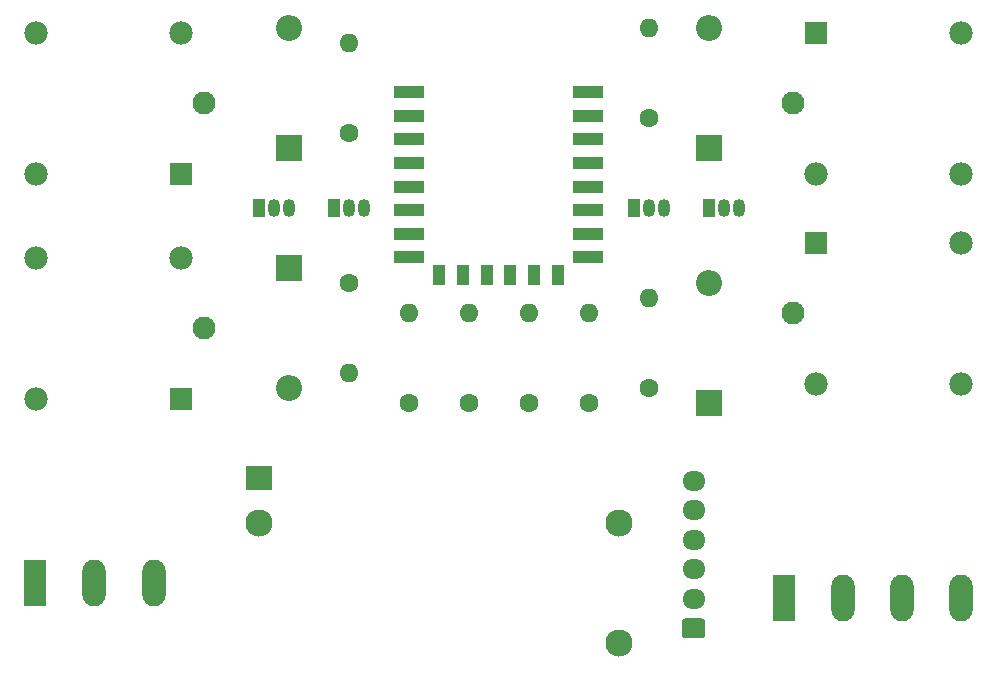
<source format=gts>
%TF.GenerationSoftware,KiCad,Pcbnew,(5.1.10)-1*%
%TF.CreationDate,2021-10-30T21:12:42+05:30*%
%TF.ProjectId,esp12swithch board,65737031-3273-4776-9974-68636820626f,rev?*%
%TF.SameCoordinates,Original*%
%TF.FileFunction,Soldermask,Top*%
%TF.FilePolarity,Negative*%
%FSLAX46Y46*%
G04 Gerber Fmt 4.6, Leading zero omitted, Abs format (unit mm)*
G04 Created by KiCad (PCBNEW (5.1.10)-1) date 2021-10-30 21:12:42*
%MOMM*%
%LPD*%
G01*
G04 APERTURE LIST*
%ADD10C,1.980000*%
%ADD11C,1.935000*%
%ADD12R,1.980000X1.980000*%
%ADD13R,2.500000X1.000000*%
%ADD14R,1.000000X1.800000*%
%ADD15O,1.600000X1.600000*%
%ADD16C,1.600000*%
%ADD17R,1.050000X1.500000*%
%ADD18O,1.050000X1.500000*%
%ADD19C,2.300000*%
%ADD20R,2.300000X2.000000*%
%ADD21O,1.980000X3.960000*%
%ADD22R,1.980000X3.960000*%
%ADD23O,1.950000X1.700000*%
%ADD24O,2.200000X2.200000*%
%ADD25R,2.200000X2.200000*%
G04 APERTURE END LIST*
D10*
%TO.C,K3*%
X225810000Y-49880000D03*
X225810000Y-61880000D03*
X213610000Y-61880000D03*
D11*
X211610000Y-55880000D03*
D12*
X213610000Y-49880000D03*
%TD*%
D10*
%TO.C,K4*%
X225810000Y-67660000D03*
X225810000Y-79660000D03*
X213610000Y-79660000D03*
D11*
X211610000Y-73660000D03*
D12*
X213610000Y-67660000D03*
%TD*%
D10*
%TO.C,K2*%
X147570000Y-61880000D03*
X147570000Y-49880000D03*
X159770000Y-49880000D03*
D11*
X161770000Y-55880000D03*
D12*
X159770000Y-61880000D03*
%TD*%
D13*
%TO.C,U2*%
X194290000Y-54920000D03*
X194290000Y-56920000D03*
X194290000Y-58920000D03*
X194290000Y-60920000D03*
X194290000Y-62920000D03*
X194290000Y-64920000D03*
X194290000Y-66920000D03*
X194290000Y-68920000D03*
D14*
X191690000Y-70420000D03*
X189690000Y-70420000D03*
X187690000Y-70420000D03*
X185690000Y-70420000D03*
X183690000Y-70420000D03*
X181690000Y-70420000D03*
D13*
X179090000Y-68920000D03*
X179090000Y-66920000D03*
X179090000Y-64920000D03*
X179090000Y-62920000D03*
X179090000Y-60920000D03*
X179090000Y-58920000D03*
X179090000Y-56920000D03*
X179090000Y-54920000D03*
%TD*%
D15*
%TO.C,R8*%
X189230000Y-73660000D03*
D16*
X189230000Y-81280000D03*
%TD*%
D15*
%TO.C,R7*%
X194310000Y-73660000D03*
D16*
X194310000Y-81280000D03*
%TD*%
D15*
%TO.C,R6*%
X184150000Y-73660000D03*
D16*
X184150000Y-81280000D03*
%TD*%
D15*
%TO.C,R5*%
X179070000Y-73660000D03*
D16*
X179070000Y-81280000D03*
%TD*%
D15*
%TO.C,R4*%
X199390000Y-72390000D03*
D16*
X199390000Y-80010000D03*
%TD*%
D15*
%TO.C,R3*%
X199390000Y-49530000D03*
D16*
X199390000Y-57150000D03*
%TD*%
D15*
%TO.C,R2*%
X173990000Y-50800000D03*
D16*
X173990000Y-58420000D03*
%TD*%
D15*
%TO.C,R1*%
X173990000Y-78740000D03*
D16*
X173990000Y-71120000D03*
%TD*%
D17*
%TO.C,Q4*%
X198120000Y-64770000D03*
D18*
X200660000Y-64770000D03*
X199390000Y-64770000D03*
%TD*%
D17*
%TO.C,Q3*%
X204470000Y-64770000D03*
D18*
X207010000Y-64770000D03*
X205740000Y-64770000D03*
%TD*%
D17*
%TO.C,Q2*%
X166370000Y-64770000D03*
D18*
X168910000Y-64770000D03*
X167640000Y-64770000D03*
%TD*%
D17*
%TO.C,Q1*%
X172720000Y-64770000D03*
D18*
X175260000Y-64770000D03*
X173990000Y-64770000D03*
%TD*%
D19*
%TO.C,PS1*%
X196850000Y-101600000D03*
X166370000Y-91440000D03*
D20*
X166370000Y-87630000D03*
D19*
X196850000Y-91440000D03*
%TD*%
D10*
%TO.C,K1*%
X147570000Y-80930000D03*
X147570000Y-68930000D03*
X159770000Y-68930000D03*
D11*
X161770000Y-74930000D03*
D12*
X159770000Y-80930000D03*
%TD*%
D21*
%TO.C,J4*%
X220820000Y-97790000D03*
X225820000Y-97790000D03*
X215820000Y-97790000D03*
D22*
X210820000Y-97790000D03*
%TD*%
D23*
%TO.C,J3*%
X203200000Y-87830000D03*
X203200000Y-90330000D03*
X203200000Y-92830000D03*
X203200000Y-95330000D03*
X203200000Y-97830000D03*
G36*
G01*
X203925000Y-101180000D02*
X202475000Y-101180000D01*
G75*
G02*
X202225000Y-100930000I0J250000D01*
G01*
X202225000Y-99730000D01*
G75*
G02*
X202475000Y-99480000I250000J0D01*
G01*
X203925000Y-99480000D01*
G75*
G02*
X204175000Y-99730000I0J-250000D01*
G01*
X204175000Y-100930000D01*
G75*
G02*
X203925000Y-101180000I-250000J0D01*
G01*
G37*
%TD*%
D21*
%TO.C,J1*%
X157480000Y-96520000D03*
X152480000Y-96520000D03*
D22*
X147480000Y-96520000D03*
%TD*%
D24*
%TO.C,D4*%
X204470000Y-71120000D03*
D25*
X204470000Y-81280000D03*
%TD*%
D24*
%TO.C,D3*%
X204470000Y-49530000D03*
D25*
X204470000Y-59690000D03*
%TD*%
D24*
%TO.C,D2*%
X168910000Y-49530000D03*
D25*
X168910000Y-59690000D03*
%TD*%
D24*
%TO.C,D1*%
X168910000Y-80010000D03*
D25*
X168910000Y-69850000D03*
%TD*%
M02*

</source>
